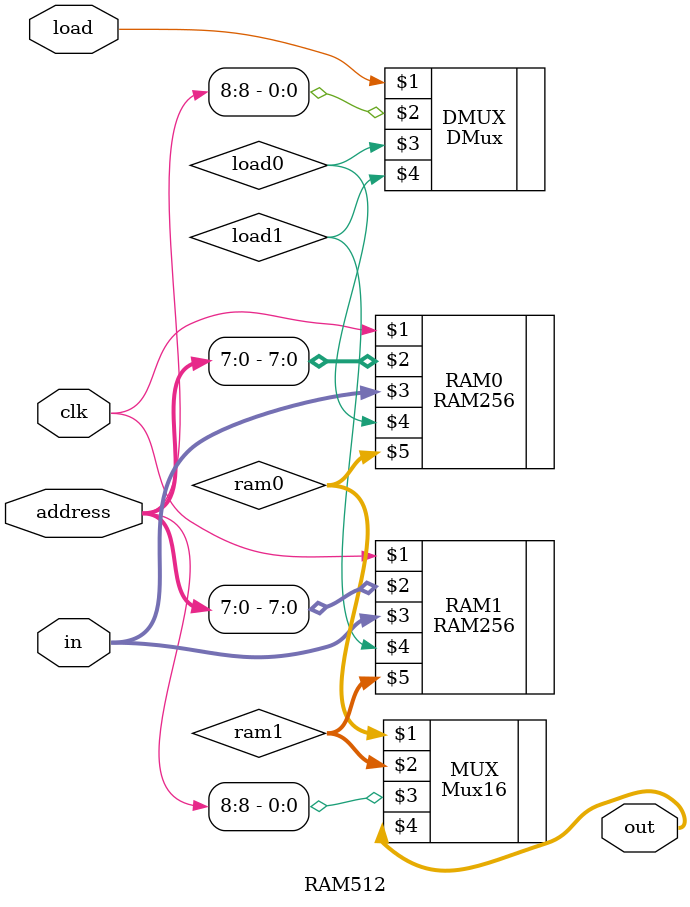
<source format=v>
/**
* RAM512 implements 512 Bytes of RAM addressed from 0 - 511
* out = M[address]
* if (load =i= 1) M[address][t+1] = in[t]
*/

`default_nettype none
module RAM512(
    input clk,
    input [8:0] address,
    input [15:0] in,
    input load,
    output [15:0] out
);

    // Put your code here:
    wire load0;
    wire load1;
    wire [15:0] ram0;
    wire [15:0] ram1;
    DMux DMUX(load, address[8], load0, load1);
    RAM256 RAM0(clk, address[7:0], in, load0, ram0);
    RAM256 RAM1(clk, address[7:0], in, load1, ram1);
    Mux16 MUX(ram0, ram1, address[8], out);

endmodule

</source>
